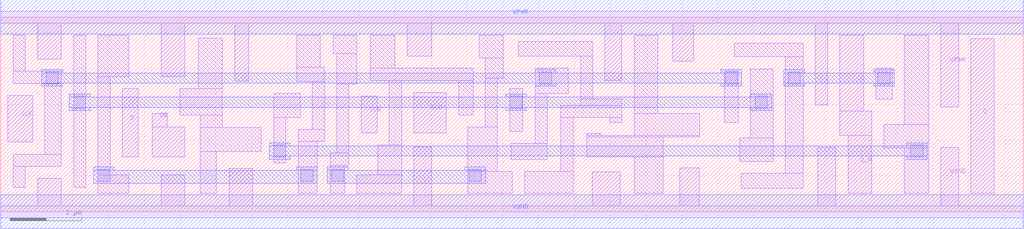
<source format=lef>
# Copyright 2020 The SkyWater PDK Authors
#
# Licensed under the Apache License, Version 2.0 (the "License");
# you may not use this file except in compliance with the License.
# You may obtain a copy of the License at
#
#     https://www.apache.org/licenses/LICENSE-2.0
#
# Unless required by applicable law or agreed to in writing, software
# distributed under the License is distributed on an "AS IS" BASIS,
# WITHOUT WARRANTIES OR CONDITIONS OF ANY KIND, either express or implied.
# See the License for the specific language governing permissions and
# limitations under the License.
#
# SPDX-License-Identifier: Apache-2.0

VERSION 5.5 ;
NAMESCASESENSITIVE ON ;
BUSBITCHARS "[]" ;
DIVIDERCHAR "/" ;
MACRO sky130_fd_sc_hd__sedfxbp_1
  CLASS CORE ;
  SOURCE USER ;
  ORIGIN  0.000000  0.000000 ;
  SIZE  14.26000 BY  2.720000 ;
  SYMMETRY X Y R90 ;
  SITE unithd ;
  PIN D
    ANTENNAGATEAREA  0.159000 ;
    DIRECTION INPUT ;
    USE SIGNAL ;
    PORT
      LAYER li1 ;
        RECT 1.695000 0.765000 1.915000 1.720000 ;
    END
  END D
  PIN DE
    ANTENNAGATEAREA  0.318000 ;
    DIRECTION INPUT ;
    USE SIGNAL ;
    PORT
      LAYER li1 ;
        RECT 2.110000 0.765000 2.565000 1.185000 ;
        RECT 2.110000 1.185000 2.325000 1.370000 ;
    END
  END DE
  PIN Q
    ANTENNADIFFAREA  0.462000 ;
    DIRECTION OUTPUT ;
    USE SIGNAL ;
    PORT
      LAYER li1 ;
        RECT 13.525000 0.255000 13.855000 2.420000 ;
    END
  END Q
  PIN Q_N
    ANTENNADIFFAREA  0.429000 ;
    DIRECTION OUTPUT ;
    USE SIGNAL ;
    PORT
      LAYER li1 ;
        RECT 11.700000 1.065000 12.145000 1.410000 ;
        RECT 11.700000 1.410000 12.030000 2.465000 ;
        RECT 11.815000 0.255000 12.145000 1.065000 ;
    END
  END Q_N
  PIN SCD
    ANTENNAGATEAREA  0.159000 ;
    DIRECTION INPUT ;
    USE SIGNAL ;
    PORT
      LAYER li1 ;
        RECT 5.760000 1.105000 6.215000 1.665000 ;
    END
  END SCD
  PIN SCE
    ANTENNAGATEAREA  0.318000 ;
    DIRECTION INPUT ;
    USE SIGNAL ;
    PORT
      LAYER li1 ;
        RECT 5.025000 1.105000 5.250000 1.615000 ;
    END
  END SCE
  PIN CLK
    ANTENNAGATEAREA  0.159000 ;
    DIRECTION INPUT ;
    USE CLOCK ;
    PORT
      LAYER li1 ;
        RECT 0.095000 0.975000 0.445000 1.625000 ;
    END
  END CLK
  PIN VGND
    DIRECTION INOUT ;
    SHAPE ABUTMENT ;
    USE GROUND ;
    PORT
      LAYER li1 ;
        RECT  0.000000 -0.085000 14.260000 0.085000 ;
        RECT  0.515000  0.085000  0.845000 0.465000 ;
        RECT  2.235000  0.085000  2.565000 0.515000 ;
        RECT  3.185000  0.085000  3.515000 0.610000 ;
        RECT  5.760000  0.085000  6.010000 0.905000 ;
        RECT  8.245000  0.085000  8.640000 0.560000 ;
        RECT  9.465000  0.085000  9.740000 0.615000 ;
        RECT 11.395000  0.085000 11.645000 0.900000 ;
        RECT 13.110000  0.085000 13.355000 0.900000 ;
    END
    PORT
      LAYER met1 ;
        RECT 0.000000 -0.240000 14.260000 0.240000 ;
    END
  END VGND
  PIN VPWR
    DIRECTION INOUT ;
    SHAPE ABUTMENT ;
    USE POWER ;
    PORT
      LAYER li1 ;
        RECT  0.000000 2.635000 14.260000 2.805000 ;
        RECT  0.515000 2.135000  0.845000 2.635000 ;
        RECT  2.235000 1.890000  2.565000 2.635000 ;
        RECT  3.265000 1.825000  3.460000 2.635000 ;
        RECT  5.665000 2.175000  6.010000 2.635000 ;
        RECT  8.425000 1.835000  8.660000 2.635000 ;
        RECT  9.370000 2.105000  9.660000 2.635000 ;
        RECT 11.360000 1.495000 11.530000 2.635000 ;
        RECT 13.110000 1.465000 13.355000 2.635000 ;
    END
    PORT
      LAYER met1 ;
        RECT 0.000000 2.480000 14.260000 2.960000 ;
    END
  END VPWR
  OBS
    LAYER li1 ;
      RECT  0.175000 0.345000  0.345000 0.635000 ;
      RECT  0.175000 0.635000  0.845000 0.805000 ;
      RECT  0.175000 1.795000  0.845000 1.965000 ;
      RECT  0.175000 1.965000  0.345000 2.465000 ;
      RECT  0.615000 0.805000  0.845000 1.795000 ;
      RECT  1.015000 0.345000  1.185000 2.465000 ;
      RECT  1.355000 0.255000  1.785000 0.515000 ;
      RECT  1.355000 0.515000  1.525000 1.890000 ;
      RECT  1.355000 1.890000  1.785000 2.465000 ;
      RECT  2.495000 1.355000  3.085000 1.720000 ;
      RECT  2.755000 1.720000  3.085000 2.425000 ;
      RECT  2.780000 0.255000  3.005000 0.845000 ;
      RECT  2.780000 0.845000  3.635000 1.175000 ;
      RECT  2.780000 1.175000  3.085000 1.355000 ;
      RECT  3.805000 0.685000  3.975000 1.320000 ;
      RECT  3.805000 1.320000  4.175000 1.650000 ;
      RECT  4.125000 1.820000  4.515000 2.020000 ;
      RECT  4.125000 2.020000  4.455000 2.465000 ;
      RECT  4.145000 0.255000  4.415000 0.980000 ;
      RECT  4.145000 0.980000  4.515000 1.150000 ;
      RECT  4.345000 1.150000  4.515000 1.820000 ;
      RECT  4.595000 0.255000  4.795000 0.645000 ;
      RECT  4.595000 0.645000  4.855000 0.825000 ;
      RECT  4.635000 2.210000  4.965000 2.465000 ;
      RECT  4.685000 0.825000  4.855000 1.785000 ;
      RECT  4.685000 1.785000  4.965000 2.210000 ;
      RECT  4.965000 0.255000  5.590000 0.515000 ;
      RECT  5.155000 1.835000  6.585000 2.005000 ;
      RECT  5.155000 2.005000  5.495000 2.465000 ;
      RECT  5.260000 0.515000  5.590000 0.935000 ;
      RECT  5.420000 0.935000  5.590000 1.835000 ;
      RECT  6.385000 1.355000  6.585000 1.835000 ;
      RECT  6.515000 0.255000  7.135000 0.565000 ;
      RECT  6.515000 0.565000  6.925000 1.185000 ;
      RECT  6.675000 2.150000  7.005000 2.465000 ;
      RECT  6.755000 1.185000  6.925000 1.865000 ;
      RECT  6.755000 1.865000  7.005000 2.150000 ;
      RECT  7.095000 1.125000  7.280000 1.720000 ;
      RECT  7.115000 0.735000  7.620000 0.955000 ;
      RECT  7.215000 2.175000  8.255000 2.375000 ;
      RECT  7.305000 0.255000  7.980000 0.565000 ;
      RECT  7.450000 0.955000  7.620000 1.655000 ;
      RECT  7.450000 1.655000  7.915000 2.005000 ;
      RECT  7.810000 0.565000  7.980000 1.315000 ;
      RECT  7.810000 1.315000  8.660000 1.485000 ;
      RECT  8.085000 1.485000  8.660000 1.575000 ;
      RECT  8.085000 1.575000  8.255000 2.175000 ;
      RECT  8.170000 0.765000  9.235000 1.045000 ;
      RECT  8.170000 1.045000  9.745000 1.065000 ;
      RECT  8.170000 1.065000  8.370000 1.095000 ;
      RECT  8.490000 1.245000  8.660000 1.315000 ;
      RECT  8.830000 0.255000  9.235000 0.765000 ;
      RECT  8.830000 1.065000  9.745000 1.375000 ;
      RECT  8.830000 1.375000  9.160000 2.465000 ;
      RECT 10.090000 1.245000 10.280000 1.965000 ;
      RECT 10.225000 2.165000 11.190000 2.355000 ;
      RECT 10.305000 0.705000 10.770000 1.035000 ;
      RECT 10.325000 0.330000 11.190000 0.535000 ;
      RECT 10.450000 1.035000 10.770000 1.995000 ;
      RECT 10.940000 0.535000 11.190000 2.165000 ;
      RECT 12.200000 1.575000 12.430000 2.010000 ;
      RECT 12.315000 0.890000 12.940000 1.220000 ;
      RECT 12.600000 0.255000 12.940000 0.890000 ;
      RECT 12.600000 1.220000 12.940000 2.465000 ;
    LAYER mcon ;
      RECT  0.635000 1.785000  0.805000 1.955000 ;
      RECT  1.015000 1.445000  1.185000 1.615000 ;
      RECT  1.355000 0.425000  1.525000 0.595000 ;
      RECT  3.805000 0.765000  3.975000 0.935000 ;
      RECT  4.185000 0.425000  4.355000 0.595000 ;
      RECT  4.615000 0.425000  4.785000 0.595000 ;
      RECT  6.530000 0.425000  6.700000 0.595000 ;
      RECT  7.100000 1.445000  7.270000 1.615000 ;
      RECT  7.510000 1.785000  7.680000 1.955000 ;
      RECT 10.100000 1.785000 10.270000 1.955000 ;
      RECT 10.520000 1.445000 10.690000 1.615000 ;
      RECT 10.980000 1.785000 11.150000 1.955000 ;
      RECT 12.230000 1.785000 12.400000 1.955000 ;
      RECT 12.690000 0.765000 12.860000 0.935000 ;
    LAYER met1 ;
      RECT  0.575000 1.755000  0.865000 1.800000 ;
      RECT  0.575000 1.800000 10.330000 1.940000 ;
      RECT  0.575000 1.940000  0.865000 1.985000 ;
      RECT  0.955000 1.415000  1.245000 1.460000 ;
      RECT  0.955000 1.460000 10.750000 1.600000 ;
      RECT  0.955000 1.600000  1.245000 1.645000 ;
      RECT  1.295000 0.395000  4.415000 0.580000 ;
      RECT  1.295000 0.580000  1.585000 0.625000 ;
      RECT  3.745000 0.735000  4.035000 0.780000 ;
      RECT  3.745000 0.780000 12.920000 0.920000 ;
      RECT  3.745000 0.920000  4.035000 0.965000 ;
      RECT  4.125000 0.580000  4.415000 0.625000 ;
      RECT  4.555000 0.395000  6.760000 0.580000 ;
      RECT  4.555000 0.580000  4.845000 0.625000 ;
      RECT  6.470000 0.580000  6.760000 0.625000 ;
      RECT  7.040000 1.415000  7.330000 1.460000 ;
      RECT  7.040000 1.600000  7.330000 1.645000 ;
      RECT  7.450000 1.755000  7.740000 1.800000 ;
      RECT  7.450000 1.940000  7.740000 1.985000 ;
      RECT 10.040000 1.755000 10.330000 1.800000 ;
      RECT 10.040000 1.940000 10.330000 1.985000 ;
      RECT 10.460000 1.415000 10.750000 1.460000 ;
      RECT 10.460000 1.600000 10.750000 1.645000 ;
      RECT 10.920000 1.755000 11.210000 1.800000 ;
      RECT 10.920000 1.800000 12.460000 1.940000 ;
      RECT 10.920000 1.940000 11.210000 1.985000 ;
      RECT 12.170000 1.755000 12.460000 1.800000 ;
      RECT 12.170000 1.940000 12.460000 1.985000 ;
      RECT 12.630000 0.735000 12.920000 0.780000 ;
      RECT 12.630000 0.920000 12.920000 0.965000 ;
  END
END sky130_fd_sc_hd__sedfxbp_1
END LIBRARY

</source>
